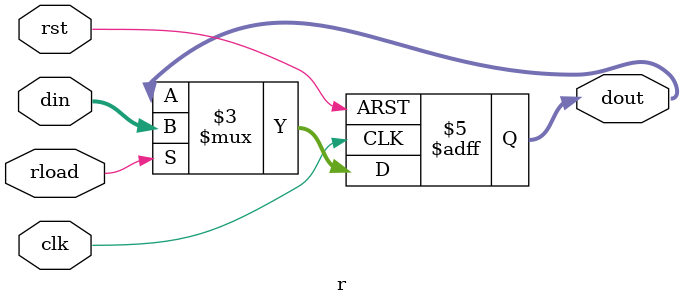
<source format=v>
/*R通用寄存器，用来存放第二个操作数*/
/*输入din：数据输入；8位，来自于总线的低八位
   输入clk：时钟信号，进行时序控制；1位，来自qtsj.v的输出clk_choose；
   输入rst：复位信号，该位为1时系统正常工作，为0时系统复位；1位，来自控制器；
   输入rload：载入信号，该位为1时该部件工作，为0时该部件不工作；1位，来自控制器；
   输出dout：数据输出；8位，送往总线的低八位；
*/
module r(din, clk, rst,rload, dout);
input[7:0] din;
input clk,rst,rload;
output [7:0]dout;
reg [7:0]dout;
always@(posedge clk or negedge rst)
if(!rst)
	dout<=0;
else if(rload)
	dout<=din;
endmodule

</source>
